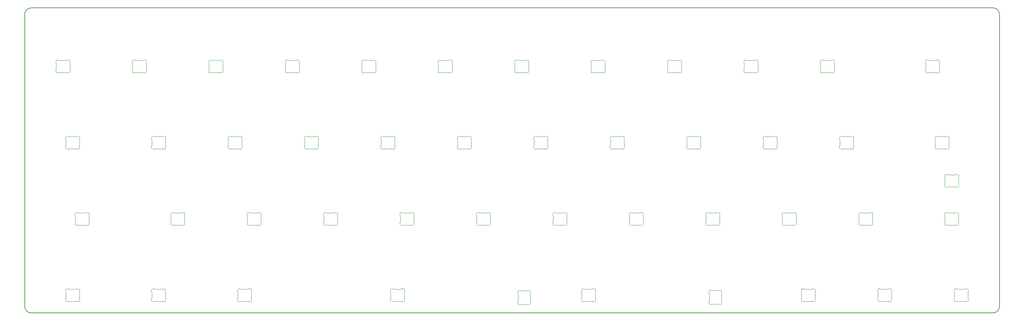
<source format=gbr>
%TF.GenerationSoftware,KiCad,Pcbnew,(7.0.0)*%
%TF.CreationDate,2023-09-24T22:25:07+02:00*%
%TF.ProjectId,vootington,766f6f74-696e-4677-946f-6e2e6b696361,rev?*%
%TF.SameCoordinates,Original*%
%TF.FileFunction,Profile,NP*%
%FSLAX46Y46*%
G04 Gerber Fmt 4.6, Leading zero omitted, Abs format (unit mm)*
G04 Created by KiCad (PCBNEW (7.0.0)) date 2023-09-24 22:25:07*
%MOMM*%
%LPD*%
G01*
G04 APERTURE LIST*
%TA.AperFunction,Profile*%
%ADD10C,0.200000*%
%TD*%
%TA.AperFunction,Profile*%
%ADD11C,0.100000*%
%TD*%
G04 APERTURE END LIST*
D10*
X268287500Y-107950000D02*
G75*
G03*
X269875000Y-106362500I0J1587500D01*
G01*
X269875000Y-33337500D02*
G75*
G03*
X268287500Y-31750000I-1587500J0D01*
G01*
X269875000Y-33337500D02*
X269875000Y-106362500D01*
X268287500Y-107950000D02*
X28575000Y-107950000D01*
X28575000Y-31750000D02*
G75*
G03*
X26987500Y-33337500I0J-1587500D01*
G01*
X28575000Y-31750000D02*
X268287500Y-31750000D01*
X26987500Y-106362500D02*
X26987500Y-33337500D01*
X26987500Y-106362500D02*
G75*
G03*
X28575000Y-107950000I1587500J0D01*
G01*
D11*
%TO.C,D38*%
X152962750Y-103325548D02*
X152962750Y-104914453D01*
X152165593Y-105819999D02*
X150759909Y-105819999D01*
X150759909Y-102420001D02*
X152165593Y-102420001D01*
X149962751Y-104914452D02*
X149962751Y-103325548D01*
X152962750Y-104914453D02*
G75*
G03*
X153031049Y-105166711I500009J3D01*
G01*
X152382472Y-105869483D02*
G75*
G03*
X153031048Y-105166711I216878J450513D01*
G01*
X153031050Y-103073289D02*
G75*
G03*
X152962751Y-103325547I431710J-252261D01*
G01*
X153031051Y-103073289D02*
G75*
G03*
X152382471Y-102370516I-431711J252249D01*
G01*
X152165593Y-102419999D02*
G75*
G03*
X152382471Y-102370515I-43J500199D01*
G01*
X152382478Y-105869470D02*
G75*
G03*
X152165594Y-105819999I-216828J-450430D01*
G01*
X150543039Y-102370500D02*
G75*
G03*
X150759908Y-102420001I216911J450500D01*
G01*
X149894486Y-105166731D02*
G75*
G03*
X150543032Y-105869483I431664J-252269D01*
G01*
X150759909Y-105820009D02*
G75*
G03*
X150543031Y-105869484I-159J-499391D01*
G01*
X149894452Y-105166711D02*
G75*
G03*
X149962751Y-104914452I-431712J252261D01*
G01*
X150543029Y-102370520D02*
G75*
G03*
X149894454Y-103073289I-216879J-450510D01*
G01*
X149962725Y-103325548D02*
G75*
G03*
X149894452Y-103073290I-498875J348D01*
G01*
%TO.C,D42*%
X37193751Y-104231843D02*
X37193751Y-102826159D01*
X38099298Y-102029001D02*
X39688202Y-102029001D01*
X39688202Y-105029000D02*
X38099297Y-105029000D01*
X40593749Y-102826159D02*
X40593749Y-104231843D01*
X37193750Y-102826159D02*
G75*
G03*
X37144265Y-102609281I-499989J2D01*
G01*
X37847039Y-101960702D02*
G75*
G03*
X37144267Y-102609282I-252259J-431700D01*
G01*
X37144266Y-104448721D02*
G75*
G03*
X37193751Y-104231844I-450505J216876D01*
G01*
X37144266Y-104448721D02*
G75*
G03*
X37847039Y-105097299I450514J-216878D01*
G01*
X38099297Y-105029000D02*
G75*
G03*
X37847039Y-105097299I3J-500009D01*
G01*
X37847039Y-101960702D02*
G75*
G03*
X38099298Y-102029001I252261J431710D01*
G01*
X39940461Y-105097300D02*
G75*
G03*
X39688203Y-105029001I-252261J-431710D01*
G01*
X39688202Y-102029000D02*
G75*
G03*
X39940460Y-101960702I-2J500010D01*
G01*
X40643230Y-102609279D02*
G75*
G03*
X39940461Y-101960704I-450510J216879D01*
G01*
X40643234Y-102609281D02*
G75*
G03*
X40593749Y-102826158I450866J-216959D01*
G01*
X39940461Y-105097300D02*
G75*
G03*
X40643234Y-104448721I252259J431700D01*
G01*
X40593737Y-104231843D02*
G75*
G03*
X40643234Y-104448721I500513J143D01*
G01*
%TO.C,D6*%
X114412499Y-45676157D02*
X114412499Y-47081841D01*
X113506952Y-47878999D02*
X111918048Y-47878999D01*
X111918048Y-44879000D02*
X113506953Y-44879000D01*
X111012501Y-47081841D02*
X111012501Y-45676157D01*
X114412500Y-47081841D02*
G75*
G03*
X114461985Y-47298719I499989J-2D01*
G01*
X113759211Y-47947298D02*
G75*
G03*
X114461983Y-47298718I252259J431700D01*
G01*
X114461984Y-45459279D02*
G75*
G03*
X114412499Y-45676156I450505J-216876D01*
G01*
X114461984Y-45459279D02*
G75*
G03*
X113759211Y-44810701I-450514J216878D01*
G01*
X113506953Y-44879000D02*
G75*
G03*
X113759211Y-44810701I-3J500009D01*
G01*
X113759211Y-47947298D02*
G75*
G03*
X113506952Y-47878999I-252261J-431710D01*
G01*
X111665789Y-44810700D02*
G75*
G03*
X111918047Y-44878999I252261J431710D01*
G01*
X111918048Y-47879000D02*
G75*
G03*
X111665790Y-47947298I2J-500010D01*
G01*
X110963020Y-47298721D02*
G75*
G03*
X111665789Y-47947296I450510J-216879D01*
G01*
X110963016Y-47298719D02*
G75*
G03*
X111012501Y-47081842I-450866J216959D01*
G01*
X111665789Y-44810700D02*
G75*
G03*
X110963016Y-45459279I-252259J-431700D01*
G01*
X111012513Y-45676157D02*
G75*
G03*
X110963016Y-45459279I-500513J-143D01*
G01*
%TO.C,D32*%
X42974999Y-83776157D02*
X42974999Y-85181841D01*
X42069452Y-85978999D02*
X40480548Y-85978999D01*
X40480548Y-82979000D02*
X42069453Y-82979000D01*
X39575001Y-85181841D02*
X39575001Y-83776157D01*
X42975000Y-85181841D02*
G75*
G03*
X43024485Y-85398719I499989J-2D01*
G01*
X42321711Y-86047298D02*
G75*
G03*
X43024483Y-85398718I252259J431700D01*
G01*
X43024484Y-83559279D02*
G75*
G03*
X42974999Y-83776156I450505J-216876D01*
G01*
X43024484Y-83559279D02*
G75*
G03*
X42321711Y-82910701I-450514J216878D01*
G01*
X42069453Y-82979000D02*
G75*
G03*
X42321711Y-82910701I-3J500009D01*
G01*
X42321711Y-86047298D02*
G75*
G03*
X42069452Y-85978999I-252261J-431710D01*
G01*
X40228289Y-82910700D02*
G75*
G03*
X40480547Y-82978999I252261J431710D01*
G01*
X40480548Y-85979000D02*
G75*
G03*
X40228290Y-86047298I2J-500010D01*
G01*
X39525520Y-85398721D02*
G75*
G03*
X40228289Y-86047296I450510J-216879D01*
G01*
X39525516Y-85398719D02*
G75*
G03*
X39575001Y-85181842I-450866J216959D01*
G01*
X40228289Y-82910700D02*
G75*
G03*
X39525516Y-83559279I-252259J-431700D01*
G01*
X39575013Y-83776157D02*
G75*
G03*
X39525516Y-83559279I-500513J-143D01*
G01*
%TO.C,D29*%
X219187499Y-83776157D02*
X219187499Y-85181841D01*
X218281952Y-85978999D02*
X216693048Y-85978999D01*
X216693048Y-82979000D02*
X218281953Y-82979000D01*
X215787501Y-85181841D02*
X215787501Y-83776157D01*
X219187500Y-85181841D02*
G75*
G03*
X219236985Y-85398719I499989J-2D01*
G01*
X218534211Y-86047298D02*
G75*
G03*
X219236983Y-85398718I252259J431700D01*
G01*
X219236984Y-83559279D02*
G75*
G03*
X219187499Y-83776156I450505J-216876D01*
G01*
X219236984Y-83559279D02*
G75*
G03*
X218534211Y-82910701I-450514J216878D01*
G01*
X218281953Y-82979000D02*
G75*
G03*
X218534211Y-82910701I-3J500009D01*
G01*
X218534211Y-86047298D02*
G75*
G03*
X218281952Y-85978999I-252261J-431710D01*
G01*
X216440789Y-82910700D02*
G75*
G03*
X216693047Y-82978999I252261J431710D01*
G01*
X216693048Y-85979000D02*
G75*
G03*
X216440790Y-86047298I2J-500010D01*
G01*
X215738020Y-85398721D02*
G75*
G03*
X216440789Y-86047296I450510J-216879D01*
G01*
X215738016Y-85398719D02*
G75*
G03*
X215787501Y-85181842I-450866J216959D01*
G01*
X216440789Y-82910700D02*
G75*
G03*
X215738016Y-83559279I-252259J-431700D01*
G01*
X215787513Y-83776157D02*
G75*
G03*
X215738016Y-83559279I-500513J-143D01*
G01*
%TO.C,D45*%
X258650001Y-104231843D02*
X258650001Y-102826159D01*
X259555548Y-102029001D02*
X261144452Y-102029001D01*
X261144452Y-105029000D02*
X259555547Y-105029000D01*
X262049999Y-102826159D02*
X262049999Y-104231843D01*
X258650000Y-102826159D02*
G75*
G03*
X258600515Y-102609281I-499989J2D01*
G01*
X259303289Y-101960702D02*
G75*
G03*
X258600517Y-102609282I-252259J-431700D01*
G01*
X258600516Y-104448721D02*
G75*
G03*
X258650001Y-104231844I-450505J216876D01*
G01*
X258600516Y-104448721D02*
G75*
G03*
X259303289Y-105097299I450514J-216878D01*
G01*
X259555547Y-105029000D02*
G75*
G03*
X259303289Y-105097299I3J-500009D01*
G01*
X259303289Y-101960702D02*
G75*
G03*
X259555548Y-102029001I252261J431710D01*
G01*
X261396711Y-105097300D02*
G75*
G03*
X261144453Y-105029001I-252261J-431710D01*
G01*
X261144452Y-102029000D02*
G75*
G03*
X261396710Y-101960702I-2J500010D01*
G01*
X262099480Y-102609279D02*
G75*
G03*
X261396711Y-101960704I-450510J216879D01*
G01*
X262099484Y-102609281D02*
G75*
G03*
X262049999Y-102826158I450866J-216959D01*
G01*
X261396711Y-105097300D02*
G75*
G03*
X262099484Y-104448721I252259J431700D01*
G01*
X262049987Y-104231843D02*
G75*
G03*
X262099484Y-104448721I500513J143D01*
G01*
%TO.C,D10*%
X190612499Y-45676157D02*
X190612499Y-47081841D01*
X189706952Y-47878999D02*
X188118048Y-47878999D01*
X188118048Y-44879000D02*
X189706953Y-44879000D01*
X187212501Y-47081841D02*
X187212501Y-45676157D01*
X190612500Y-47081841D02*
G75*
G03*
X190661985Y-47298719I499989J-2D01*
G01*
X189959211Y-47947298D02*
G75*
G03*
X190661983Y-47298718I252259J431700D01*
G01*
X190661984Y-45459279D02*
G75*
G03*
X190612499Y-45676156I450505J-216876D01*
G01*
X190661984Y-45459279D02*
G75*
G03*
X189959211Y-44810701I-450514J216878D01*
G01*
X189706953Y-44879000D02*
G75*
G03*
X189959211Y-44810701I-3J500009D01*
G01*
X189959211Y-47947298D02*
G75*
G03*
X189706952Y-47878999I-252261J-431710D01*
G01*
X187865789Y-44810700D02*
G75*
G03*
X188118047Y-44878999I252261J431710D01*
G01*
X188118048Y-47879000D02*
G75*
G03*
X187865790Y-47947298I2J-500010D01*
G01*
X187163020Y-47298721D02*
G75*
G03*
X187865789Y-47947296I450510J-216879D01*
G01*
X187163016Y-47298719D02*
G75*
G03*
X187212501Y-47081842I-450866J216959D01*
G01*
X187865789Y-44810700D02*
G75*
G03*
X187163016Y-45459279I-252259J-431700D01*
G01*
X187212513Y-45676157D02*
G75*
G03*
X187163016Y-45459279I-500513J-143D01*
G01*
%TO.C,D40*%
X80056251Y-104231843D02*
X80056251Y-102826159D01*
X80961798Y-102029001D02*
X82550702Y-102029001D01*
X82550702Y-105029000D02*
X80961797Y-105029000D01*
X83456249Y-102826159D02*
X83456249Y-104231843D01*
X80056250Y-102826159D02*
G75*
G03*
X80006765Y-102609281I-499989J2D01*
G01*
X80709539Y-101960702D02*
G75*
G03*
X80006767Y-102609282I-252259J-431700D01*
G01*
X80006766Y-104448721D02*
G75*
G03*
X80056251Y-104231844I-450505J216876D01*
G01*
X80006766Y-104448721D02*
G75*
G03*
X80709539Y-105097299I450514J-216878D01*
G01*
X80961797Y-105029000D02*
G75*
G03*
X80709539Y-105097299I3J-500009D01*
G01*
X80709539Y-101960702D02*
G75*
G03*
X80961798Y-102029001I252261J431710D01*
G01*
X82802961Y-105097300D02*
G75*
G03*
X82550703Y-105029001I-252261J-431710D01*
G01*
X82550702Y-102029000D02*
G75*
G03*
X82802960Y-101960702I-2J500010D01*
G01*
X83505730Y-102609279D02*
G75*
G03*
X82802961Y-101960704I-450510J216879D01*
G01*
X83505734Y-102609281D02*
G75*
G03*
X83456249Y-102826158I450866J-216959D01*
G01*
X82802961Y-105097300D02*
G75*
G03*
X83505734Y-104448721I252259J431700D01*
G01*
X83456237Y-104231843D02*
G75*
G03*
X83505734Y-104448721I500513J143D01*
G01*
%TO.C,D18*%
X58625001Y-66131843D02*
X58625001Y-64726159D01*
X59530548Y-63929001D02*
X61119452Y-63929001D01*
X61119452Y-66929000D02*
X59530547Y-66929000D01*
X62024999Y-64726159D02*
X62024999Y-66131843D01*
X58625000Y-64726159D02*
G75*
G03*
X58575515Y-64509281I-499989J2D01*
G01*
X59278289Y-63860702D02*
G75*
G03*
X58575517Y-64509282I-252259J-431700D01*
G01*
X58575516Y-66348721D02*
G75*
G03*
X58625001Y-66131844I-450505J216876D01*
G01*
X58575516Y-66348721D02*
G75*
G03*
X59278289Y-66997299I450514J-216878D01*
G01*
X59530547Y-66929000D02*
G75*
G03*
X59278289Y-66997299I3J-500009D01*
G01*
X59278289Y-63860702D02*
G75*
G03*
X59530548Y-63929001I252261J431710D01*
G01*
X61371711Y-66997300D02*
G75*
G03*
X61119453Y-66929001I-252261J-431710D01*
G01*
X61119452Y-63929000D02*
G75*
G03*
X61371710Y-63860702I-2J500010D01*
G01*
X62074480Y-64509279D02*
G75*
G03*
X61371711Y-63860704I-450510J216879D01*
G01*
X62074484Y-64509281D02*
G75*
G03*
X62024999Y-64726158I450866J-216959D01*
G01*
X61371711Y-66997300D02*
G75*
G03*
X62074484Y-66348721I252259J431700D01*
G01*
X62024987Y-66131843D02*
G75*
G03*
X62074484Y-66348721I500513J143D01*
G01*
%TO.C,D16*%
X96725001Y-66131843D02*
X96725001Y-64726159D01*
X97630548Y-63929001D02*
X99219452Y-63929001D01*
X99219452Y-66929000D02*
X97630547Y-66929000D01*
X100124999Y-64726159D02*
X100124999Y-66131843D01*
X96725000Y-64726159D02*
G75*
G03*
X96675515Y-64509281I-499989J2D01*
G01*
X97378289Y-63860702D02*
G75*
G03*
X96675517Y-64509282I-252259J-431700D01*
G01*
X96675516Y-66348721D02*
G75*
G03*
X96725001Y-66131844I-450505J216876D01*
G01*
X96675516Y-66348721D02*
G75*
G03*
X97378289Y-66997299I450514J-216878D01*
G01*
X97630547Y-66929000D02*
G75*
G03*
X97378289Y-66997299I3J-500009D01*
G01*
X97378289Y-63860702D02*
G75*
G03*
X97630548Y-63929001I252261J431710D01*
G01*
X99471711Y-66997300D02*
G75*
G03*
X99219453Y-66929001I-252261J-431710D01*
G01*
X99219452Y-63929000D02*
G75*
G03*
X99471710Y-63860702I-2J500010D01*
G01*
X100174480Y-64509279D02*
G75*
G03*
X99471711Y-63860704I-450510J216879D01*
G01*
X100174484Y-64509281D02*
G75*
G03*
X100124999Y-64726158I450866J-216959D01*
G01*
X99471711Y-66997300D02*
G75*
G03*
X100174484Y-66348721I252259J431700D01*
G01*
X100124987Y-66131843D02*
G75*
G03*
X100174484Y-66348721I500513J143D01*
G01*
%TO.C,D4*%
X76312499Y-45676157D02*
X76312499Y-47081841D01*
X75406952Y-47878999D02*
X73818048Y-47878999D01*
X73818048Y-44879000D02*
X75406953Y-44879000D01*
X72912501Y-47081841D02*
X72912501Y-45676157D01*
X76312500Y-47081841D02*
G75*
G03*
X76361985Y-47298719I499989J-2D01*
G01*
X75659211Y-47947298D02*
G75*
G03*
X76361983Y-47298718I252259J431700D01*
G01*
X76361984Y-45459279D02*
G75*
G03*
X76312499Y-45676156I450505J-216876D01*
G01*
X76361984Y-45459279D02*
G75*
G03*
X75659211Y-44810701I-450514J216878D01*
G01*
X75406953Y-44879000D02*
G75*
G03*
X75659211Y-44810701I-3J500009D01*
G01*
X75659211Y-47947298D02*
G75*
G03*
X75406952Y-47878999I-252261J-431710D01*
G01*
X73565789Y-44810700D02*
G75*
G03*
X73818047Y-44878999I252261J431710D01*
G01*
X73818048Y-47879000D02*
G75*
G03*
X73565790Y-47947298I2J-500010D01*
G01*
X72863020Y-47298721D02*
G75*
G03*
X73565789Y-47947296I450510J-216879D01*
G01*
X72863016Y-47298719D02*
G75*
G03*
X72912501Y-47081842I-450866J216959D01*
G01*
X73565789Y-44810700D02*
G75*
G03*
X72863016Y-45459279I-252259J-431700D01*
G01*
X72912513Y-45676157D02*
G75*
G03*
X72863016Y-45459279I-500513J-143D01*
G01*
%TO.C,D15*%
X115775001Y-66131843D02*
X115775001Y-64726159D01*
X116680548Y-63929001D02*
X118269452Y-63929001D01*
X118269452Y-66929000D02*
X116680547Y-66929000D01*
X119174999Y-64726159D02*
X119174999Y-66131843D01*
X115775000Y-64726159D02*
G75*
G03*
X115725515Y-64509281I-499989J2D01*
G01*
X116428289Y-63860702D02*
G75*
G03*
X115725517Y-64509282I-252259J-431700D01*
G01*
X115725516Y-66348721D02*
G75*
G03*
X115775001Y-66131844I-450505J216876D01*
G01*
X115725516Y-66348721D02*
G75*
G03*
X116428289Y-66997299I450514J-216878D01*
G01*
X116680547Y-66929000D02*
G75*
G03*
X116428289Y-66997299I3J-500009D01*
G01*
X116428289Y-63860702D02*
G75*
G03*
X116680548Y-63929001I252261J431710D01*
G01*
X118521711Y-66997300D02*
G75*
G03*
X118269453Y-66929001I-252261J-431710D01*
G01*
X118269452Y-63929000D02*
G75*
G03*
X118521710Y-63860702I-2J500010D01*
G01*
X119224480Y-64509279D02*
G75*
G03*
X118521711Y-63860704I-450510J216879D01*
G01*
X119224484Y-64509281D02*
G75*
G03*
X119174999Y-64726158I450866J-216959D01*
G01*
X118521711Y-66997300D02*
G75*
G03*
X119224484Y-66348721I252259J431700D01*
G01*
X119174987Y-66131843D02*
G75*
G03*
X119224484Y-66348721I500513J143D01*
G01*
%TO.C,D22*%
X211025001Y-66131843D02*
X211025001Y-64726159D01*
X211930548Y-63929001D02*
X213519452Y-63929001D01*
X213519452Y-66929000D02*
X211930547Y-66929000D01*
X214424999Y-64726159D02*
X214424999Y-66131843D01*
X211025000Y-64726159D02*
G75*
G03*
X210975515Y-64509281I-499989J2D01*
G01*
X211678289Y-63860702D02*
G75*
G03*
X210975517Y-64509282I-252259J-431700D01*
G01*
X210975516Y-66348721D02*
G75*
G03*
X211025001Y-66131844I-450505J216876D01*
G01*
X210975516Y-66348721D02*
G75*
G03*
X211678289Y-66997299I450514J-216878D01*
G01*
X211930547Y-66929000D02*
G75*
G03*
X211678289Y-66997299I3J-500009D01*
G01*
X211678289Y-63860702D02*
G75*
G03*
X211930548Y-63929001I252261J431710D01*
G01*
X213771711Y-66997300D02*
G75*
G03*
X213519453Y-66929001I-252261J-431710D01*
G01*
X213519452Y-63929000D02*
G75*
G03*
X213771710Y-63860702I-2J500010D01*
G01*
X214474480Y-64509279D02*
G75*
G03*
X213771711Y-63860704I-450510J216879D01*
G01*
X214474484Y-64509281D02*
G75*
G03*
X214424999Y-64726158I450866J-216959D01*
G01*
X213771711Y-66997300D02*
G75*
G03*
X214474484Y-66348721I252259J431700D01*
G01*
X214424987Y-66131843D02*
G75*
G03*
X214474484Y-66348721I500513J143D01*
G01*
%TO.C,D31*%
X259668749Y-74251157D02*
X259668749Y-75656841D01*
X258763202Y-76453999D02*
X257174298Y-76453999D01*
X257174298Y-73454000D02*
X258763203Y-73454000D01*
X256268751Y-75656841D02*
X256268751Y-74251157D01*
X259668750Y-75656841D02*
G75*
G03*
X259718235Y-75873719I499989J-2D01*
G01*
X259015461Y-76522298D02*
G75*
G03*
X259718233Y-75873718I252259J431700D01*
G01*
X259718234Y-74034279D02*
G75*
G03*
X259668749Y-74251156I450505J-216876D01*
G01*
X259718234Y-74034279D02*
G75*
G03*
X259015461Y-73385701I-450514J216878D01*
G01*
X258763203Y-73454000D02*
G75*
G03*
X259015461Y-73385701I-3J500009D01*
G01*
X259015461Y-76522298D02*
G75*
G03*
X258763202Y-76453999I-252261J-431710D01*
G01*
X256922039Y-73385700D02*
G75*
G03*
X257174297Y-73453999I252261J431710D01*
G01*
X257174298Y-76454000D02*
G75*
G03*
X256922040Y-76522298I2J-500010D01*
G01*
X256219270Y-75873721D02*
G75*
G03*
X256922039Y-76522296I450510J-216879D01*
G01*
X256219266Y-75873719D02*
G75*
G03*
X256268751Y-75656842I-450866J216959D01*
G01*
X256922039Y-73385700D02*
G75*
G03*
X256219266Y-74034279I-252259J-431700D01*
G01*
X256268763Y-74251157D02*
G75*
G03*
X256219266Y-74034279I-500513J-143D01*
G01*
%TO.C,D2*%
X38212499Y-45676157D02*
X38212499Y-47081841D01*
X37306952Y-47878999D02*
X35718048Y-47878999D01*
X35718048Y-44879000D02*
X37306953Y-44879000D01*
X34812501Y-47081841D02*
X34812501Y-45676157D01*
X38212500Y-47081841D02*
G75*
G03*
X38261985Y-47298719I499989J-2D01*
G01*
X37559211Y-47947298D02*
G75*
G03*
X38261983Y-47298718I252259J431700D01*
G01*
X38261984Y-45459279D02*
G75*
G03*
X38212499Y-45676156I450505J-216876D01*
G01*
X38261984Y-45459279D02*
G75*
G03*
X37559211Y-44810701I-450514J216878D01*
G01*
X37306953Y-44879000D02*
G75*
G03*
X37559211Y-44810701I-3J500009D01*
G01*
X37559211Y-47947298D02*
G75*
G03*
X37306952Y-47878999I-252261J-431710D01*
G01*
X35465789Y-44810700D02*
G75*
G03*
X35718047Y-44878999I252261J431710D01*
G01*
X35718048Y-47879000D02*
G75*
G03*
X35465790Y-47947298I2J-500010D01*
G01*
X34763020Y-47298721D02*
G75*
G03*
X35465789Y-47947296I450510J-216879D01*
G01*
X34763016Y-47298719D02*
G75*
G03*
X34812501Y-47081842I-450866J216959D01*
G01*
X35465789Y-44810700D02*
G75*
G03*
X34763016Y-45459279I-252259J-431700D01*
G01*
X34812513Y-45676157D02*
G75*
G03*
X34763016Y-45459279I-500513J-143D01*
G01*
%TO.C,D19*%
X37193751Y-66131843D02*
X37193751Y-64726159D01*
X38099298Y-63929001D02*
X39688202Y-63929001D01*
X39688202Y-66929000D02*
X38099297Y-66929000D01*
X40593749Y-64726159D02*
X40593749Y-66131843D01*
X37193750Y-64726159D02*
G75*
G03*
X37144265Y-64509281I-499989J2D01*
G01*
X37847039Y-63860702D02*
G75*
G03*
X37144267Y-64509282I-252259J-431700D01*
G01*
X37144266Y-66348721D02*
G75*
G03*
X37193751Y-66131844I-450505J216876D01*
G01*
X37144266Y-66348721D02*
G75*
G03*
X37847039Y-66997299I450514J-216878D01*
G01*
X38099297Y-66929000D02*
G75*
G03*
X37847039Y-66997299I3J-500009D01*
G01*
X37847039Y-63860702D02*
G75*
G03*
X38099298Y-63929001I252261J431710D01*
G01*
X39940461Y-66997300D02*
G75*
G03*
X39688203Y-66929001I-252261J-431710D01*
G01*
X39688202Y-63929000D02*
G75*
G03*
X39940460Y-63860702I-2J500010D01*
G01*
X40643230Y-64509279D02*
G75*
G03*
X39940461Y-63860704I-450510J216879D01*
G01*
X40643234Y-64509281D02*
G75*
G03*
X40593749Y-64726158I450866J-216959D01*
G01*
X39940461Y-66997300D02*
G75*
G03*
X40643234Y-66348721I252259J431700D01*
G01*
X40593737Y-66131843D02*
G75*
G03*
X40643234Y-66348721I500513J143D01*
G01*
%TO.C,D28*%
X200137499Y-83776157D02*
X200137499Y-85181841D01*
X199231952Y-85978999D02*
X197643048Y-85978999D01*
X197643048Y-82979000D02*
X199231953Y-82979000D01*
X196737501Y-85181841D02*
X196737501Y-83776157D01*
X200137500Y-85181841D02*
G75*
G03*
X200186985Y-85398719I499989J-2D01*
G01*
X199484211Y-86047298D02*
G75*
G03*
X200186983Y-85398718I252259J431700D01*
G01*
X200186984Y-83559279D02*
G75*
G03*
X200137499Y-83776156I450505J-216876D01*
G01*
X200186984Y-83559279D02*
G75*
G03*
X199484211Y-82910701I-450514J216878D01*
G01*
X199231953Y-82979000D02*
G75*
G03*
X199484211Y-82910701I-3J500009D01*
G01*
X199484211Y-86047298D02*
G75*
G03*
X199231952Y-85978999I-252261J-431710D01*
G01*
X197390789Y-82910700D02*
G75*
G03*
X197643047Y-82978999I252261J431710D01*
G01*
X197643048Y-85979000D02*
G75*
G03*
X197390790Y-86047298I2J-500010D01*
G01*
X196688020Y-85398721D02*
G75*
G03*
X197390789Y-86047296I450510J-216879D01*
G01*
X196688016Y-85398719D02*
G75*
G03*
X196737501Y-85181842I-450866J216959D01*
G01*
X197390789Y-82910700D02*
G75*
G03*
X196688016Y-83559279I-252259J-431700D01*
G01*
X196737513Y-83776157D02*
G75*
G03*
X196688016Y-83559279I-500513J-143D01*
G01*
%TO.C,D12*%
X228712499Y-45676157D02*
X228712499Y-47081841D01*
X227806952Y-47878999D02*
X226218048Y-47878999D01*
X226218048Y-44879000D02*
X227806953Y-44879000D01*
X225312501Y-47081841D02*
X225312501Y-45676157D01*
X228712500Y-47081841D02*
G75*
G03*
X228761985Y-47298719I499989J-2D01*
G01*
X228059211Y-47947298D02*
G75*
G03*
X228761983Y-47298718I252259J431700D01*
G01*
X228761984Y-45459279D02*
G75*
G03*
X228712499Y-45676156I450505J-216876D01*
G01*
X228761984Y-45459279D02*
G75*
G03*
X228059211Y-44810701I-450514J216878D01*
G01*
X227806953Y-44879000D02*
G75*
G03*
X228059211Y-44810701I-3J500009D01*
G01*
X228059211Y-47947298D02*
G75*
G03*
X227806952Y-47878999I-252261J-431710D01*
G01*
X225965789Y-44810700D02*
G75*
G03*
X226218047Y-44878999I252261J431710D01*
G01*
X226218048Y-47879000D02*
G75*
G03*
X225965790Y-47947298I2J-500010D01*
G01*
X225263020Y-47298721D02*
G75*
G03*
X225965789Y-47947296I450510J-216879D01*
G01*
X225263016Y-47298719D02*
G75*
G03*
X225312501Y-47081842I-450866J216959D01*
G01*
X225965789Y-44810700D02*
G75*
G03*
X225263016Y-45459279I-252259J-431700D01*
G01*
X225312513Y-45676157D02*
G75*
G03*
X225263016Y-45459279I-500513J-143D01*
G01*
%TO.C,D48*%
X200575749Y-103268548D02*
X200575749Y-104857453D01*
X199778592Y-105762999D02*
X198372908Y-105762999D01*
X198372908Y-102363001D02*
X199778592Y-102363001D01*
X197575750Y-104857452D02*
X197575750Y-103268548D01*
X200575749Y-104857453D02*
G75*
G03*
X200644048Y-105109711I500009J3D01*
G01*
X199995471Y-105812481D02*
G75*
G03*
X200644047Y-105109711I216879J450511D01*
G01*
X200644049Y-103016289D02*
G75*
G03*
X200575750Y-103268547I431710J-252261D01*
G01*
X200644051Y-103016290D02*
G75*
G03*
X199995470Y-102313516I-431711J252250D01*
G01*
X199778592Y-102362999D02*
G75*
G03*
X199995470Y-102313516I-42J500199D01*
G01*
X199995475Y-105812473D02*
G75*
G03*
X199778593Y-105762999I-216925J-450827D01*
G01*
X198156038Y-102313500D02*
G75*
G03*
X198372907Y-102363001I216912J450500D01*
G01*
X197507486Y-105109732D02*
G75*
G03*
X198156031Y-105812484I431664J-252268D01*
G01*
X198372908Y-105762999D02*
G75*
G03*
X198156030Y-105812484I-158J-499301D01*
G01*
X197507451Y-105109711D02*
G75*
G03*
X197575750Y-104857452I-431711J252261D01*
G01*
X198156028Y-102313519D02*
G75*
G03*
X197507454Y-103016289I-216878J-450511D01*
G01*
X197575761Y-103268548D02*
G75*
G03*
X197507451Y-103016290I-499011J248D01*
G01*
%TO.C,D47*%
X220550001Y-104231843D02*
X220550001Y-102826159D01*
X221455548Y-102029001D02*
X223044452Y-102029001D01*
X223044452Y-105029000D02*
X221455547Y-105029000D01*
X223949999Y-102826159D02*
X223949999Y-104231843D01*
X220550000Y-102826159D02*
G75*
G03*
X220500515Y-102609281I-499989J2D01*
G01*
X221203289Y-101960702D02*
G75*
G03*
X220500517Y-102609282I-252259J-431700D01*
G01*
X220500516Y-104448721D02*
G75*
G03*
X220550001Y-104231844I-450505J216876D01*
G01*
X220500516Y-104448721D02*
G75*
G03*
X221203289Y-105097299I450514J-216878D01*
G01*
X221455547Y-105029000D02*
G75*
G03*
X221203289Y-105097299I3J-500009D01*
G01*
X221203289Y-101960702D02*
G75*
G03*
X221455548Y-102029001I252261J431710D01*
G01*
X223296711Y-105097300D02*
G75*
G03*
X223044453Y-105029001I-252261J-431710D01*
G01*
X223044452Y-102029000D02*
G75*
G03*
X223296710Y-101960702I-2J500010D01*
G01*
X223999480Y-102609279D02*
G75*
G03*
X223296711Y-101960704I-450510J216879D01*
G01*
X223999484Y-102609281D02*
G75*
G03*
X223949999Y-102826158I450866J-216959D01*
G01*
X223296711Y-105097300D02*
G75*
G03*
X223999484Y-104448721I252259J431700D01*
G01*
X223949987Y-104231843D02*
G75*
G03*
X223999484Y-104448721I500513J143D01*
G01*
%TO.C,D13*%
X254906249Y-45676157D02*
X254906249Y-47081841D01*
X254000702Y-47878999D02*
X252411798Y-47878999D01*
X252411798Y-44879000D02*
X254000703Y-44879000D01*
X251506251Y-47081841D02*
X251506251Y-45676157D01*
X254906250Y-47081841D02*
G75*
G03*
X254955735Y-47298719I499989J-2D01*
G01*
X254252961Y-47947298D02*
G75*
G03*
X254955733Y-47298718I252259J431700D01*
G01*
X254955734Y-45459279D02*
G75*
G03*
X254906249Y-45676156I450505J-216876D01*
G01*
X254955734Y-45459279D02*
G75*
G03*
X254252961Y-44810701I-450514J216878D01*
G01*
X254000703Y-44879000D02*
G75*
G03*
X254252961Y-44810701I-3J500009D01*
G01*
X254252961Y-47947298D02*
G75*
G03*
X254000702Y-47878999I-252261J-431710D01*
G01*
X252159539Y-44810700D02*
G75*
G03*
X252411797Y-44878999I252261J431710D01*
G01*
X252411798Y-47879000D02*
G75*
G03*
X252159540Y-47947298I2J-500010D01*
G01*
X251456770Y-47298721D02*
G75*
G03*
X252159539Y-47947296I450510J-216879D01*
G01*
X251456766Y-47298719D02*
G75*
G03*
X251506251Y-47081842I-450866J216959D01*
G01*
X252159539Y-44810700D02*
G75*
G03*
X251456766Y-45459279I-252259J-431700D01*
G01*
X251506263Y-45676157D02*
G75*
G03*
X251456766Y-45459279I-500513J-143D01*
G01*
%TO.C,D17*%
X77675001Y-66131843D02*
X77675001Y-64726159D01*
X78580548Y-63929001D02*
X80169452Y-63929001D01*
X80169452Y-66929000D02*
X78580547Y-66929000D01*
X81074999Y-64726159D02*
X81074999Y-66131843D01*
X77675000Y-64726159D02*
G75*
G03*
X77625515Y-64509281I-499989J2D01*
G01*
X78328289Y-63860702D02*
G75*
G03*
X77625517Y-64509282I-252259J-431700D01*
G01*
X77625516Y-66348721D02*
G75*
G03*
X77675001Y-66131844I-450505J216876D01*
G01*
X77625516Y-66348721D02*
G75*
G03*
X78328289Y-66997299I450514J-216878D01*
G01*
X78580547Y-66929000D02*
G75*
G03*
X78328289Y-66997299I3J-500009D01*
G01*
X78328289Y-63860702D02*
G75*
G03*
X78580548Y-63929001I252261J431710D01*
G01*
X80421711Y-66997300D02*
G75*
G03*
X80169453Y-66929001I-252261J-431710D01*
G01*
X80169452Y-63929000D02*
G75*
G03*
X80421710Y-63860702I-2J500010D01*
G01*
X81124480Y-64509279D02*
G75*
G03*
X80421711Y-63860704I-450510J216879D01*
G01*
X81124484Y-64509281D02*
G75*
G03*
X81074999Y-64726158I450866J-216959D01*
G01*
X80421711Y-66997300D02*
G75*
G03*
X81124484Y-66348721I252259J431700D01*
G01*
X81074987Y-66131843D02*
G75*
G03*
X81124484Y-66348721I500513J143D01*
G01*
%TO.C,D21*%
X230075001Y-66131843D02*
X230075001Y-64726159D01*
X230980548Y-63929001D02*
X232569452Y-63929001D01*
X232569452Y-66929000D02*
X230980547Y-66929000D01*
X233474999Y-64726159D02*
X233474999Y-66131843D01*
X230075000Y-64726159D02*
G75*
G03*
X230025515Y-64509281I-499989J2D01*
G01*
X230728289Y-63860702D02*
G75*
G03*
X230025517Y-64509282I-252259J-431700D01*
G01*
X230025516Y-66348721D02*
G75*
G03*
X230075001Y-66131844I-450505J216876D01*
G01*
X230025516Y-66348721D02*
G75*
G03*
X230728289Y-66997299I450514J-216878D01*
G01*
X230980547Y-66929000D02*
G75*
G03*
X230728289Y-66997299I3J-500009D01*
G01*
X230728289Y-63860702D02*
G75*
G03*
X230980548Y-63929001I252261J431710D01*
G01*
X232821711Y-66997300D02*
G75*
G03*
X232569453Y-66929001I-252261J-431710D01*
G01*
X232569452Y-63929000D02*
G75*
G03*
X232821710Y-63860702I-2J500010D01*
G01*
X233524480Y-64509279D02*
G75*
G03*
X232821711Y-63860704I-450510J216879D01*
G01*
X233524484Y-64509281D02*
G75*
G03*
X233474999Y-64726158I450866J-216959D01*
G01*
X232821711Y-66997300D02*
G75*
G03*
X233524484Y-66348721I252259J431700D01*
G01*
X233474987Y-66131843D02*
G75*
G03*
X233524484Y-66348721I500513J143D01*
G01*
%TO.C,D11*%
X209662499Y-45676157D02*
X209662499Y-47081841D01*
X208756952Y-47878999D02*
X207168048Y-47878999D01*
X207168048Y-44879000D02*
X208756953Y-44879000D01*
X206262501Y-47081841D02*
X206262501Y-45676157D01*
X209662500Y-47081841D02*
G75*
G03*
X209711985Y-47298719I499989J-2D01*
G01*
X209009211Y-47947298D02*
G75*
G03*
X209711983Y-47298718I252259J431700D01*
G01*
X209711984Y-45459279D02*
G75*
G03*
X209662499Y-45676156I450505J-216876D01*
G01*
X209711984Y-45459279D02*
G75*
G03*
X209009211Y-44810701I-450514J216878D01*
G01*
X208756953Y-44879000D02*
G75*
G03*
X209009211Y-44810701I-3J500009D01*
G01*
X209009211Y-47947298D02*
G75*
G03*
X208756952Y-47878999I-252261J-431710D01*
G01*
X206915789Y-44810700D02*
G75*
G03*
X207168047Y-44878999I252261J431710D01*
G01*
X207168048Y-47879000D02*
G75*
G03*
X206915790Y-47947298I2J-500010D01*
G01*
X206213020Y-47298721D02*
G75*
G03*
X206915789Y-47947296I450510J-216879D01*
G01*
X206213016Y-47298719D02*
G75*
G03*
X206262501Y-47081842I-450866J216959D01*
G01*
X206915789Y-44810700D02*
G75*
G03*
X206213016Y-45459279I-252259J-431700D01*
G01*
X206262513Y-45676157D02*
G75*
G03*
X206213016Y-45459279I-500513J-143D01*
G01*
%TO.C,D7*%
X133462499Y-45676157D02*
X133462499Y-47081841D01*
X132556952Y-47878999D02*
X130968048Y-47878999D01*
X130968048Y-44879000D02*
X132556953Y-44879000D01*
X130062501Y-47081841D02*
X130062501Y-45676157D01*
X133462500Y-47081841D02*
G75*
G03*
X133511985Y-47298719I499989J-2D01*
G01*
X132809211Y-47947298D02*
G75*
G03*
X133511983Y-47298718I252259J431700D01*
G01*
X133511984Y-45459279D02*
G75*
G03*
X133462499Y-45676156I450505J-216876D01*
G01*
X133511984Y-45459279D02*
G75*
G03*
X132809211Y-44810701I-450514J216878D01*
G01*
X132556953Y-44879000D02*
G75*
G03*
X132809211Y-44810701I-3J500009D01*
G01*
X132809211Y-47947298D02*
G75*
G03*
X132556952Y-47878999I-252261J-431710D01*
G01*
X130715789Y-44810700D02*
G75*
G03*
X130968047Y-44878999I252261J431710D01*
G01*
X130968048Y-47879000D02*
G75*
G03*
X130715790Y-47947298I2J-500010D01*
G01*
X130013020Y-47298721D02*
G75*
G03*
X130715789Y-47947296I450510J-216879D01*
G01*
X130013016Y-47298719D02*
G75*
G03*
X130062501Y-47081842I-450866J216959D01*
G01*
X130715789Y-44810700D02*
G75*
G03*
X130013016Y-45459279I-252259J-431700D01*
G01*
X130062513Y-45676157D02*
G75*
G03*
X130013016Y-45459279I-500513J-143D01*
G01*
%TO.C,D25*%
X153875001Y-66131843D02*
X153875001Y-64726159D01*
X154780548Y-63929001D02*
X156369452Y-63929001D01*
X156369452Y-66929000D02*
X154780547Y-66929000D01*
X157274999Y-64726159D02*
X157274999Y-66131843D01*
X153875000Y-64726159D02*
G75*
G03*
X153825515Y-64509281I-499989J2D01*
G01*
X154528289Y-63860702D02*
G75*
G03*
X153825517Y-64509282I-252259J-431700D01*
G01*
X153825516Y-66348721D02*
G75*
G03*
X153875001Y-66131844I-450505J216876D01*
G01*
X153825516Y-66348721D02*
G75*
G03*
X154528289Y-66997299I450514J-216878D01*
G01*
X154780547Y-66929000D02*
G75*
G03*
X154528289Y-66997299I3J-500009D01*
G01*
X154528289Y-63860702D02*
G75*
G03*
X154780548Y-63929001I252261J431710D01*
G01*
X156621711Y-66997300D02*
G75*
G03*
X156369453Y-66929001I-252261J-431710D01*
G01*
X156369452Y-63929000D02*
G75*
G03*
X156621710Y-63860702I-2J500010D01*
G01*
X157324480Y-64509279D02*
G75*
G03*
X156621711Y-63860704I-450510J216879D01*
G01*
X157324484Y-64509281D02*
G75*
G03*
X157274999Y-64726158I450866J-216959D01*
G01*
X156621711Y-66997300D02*
G75*
G03*
X157324484Y-66348721I252259J431700D01*
G01*
X157274987Y-66131843D02*
G75*
G03*
X157324484Y-66348721I500513J143D01*
G01*
%TO.C,D35*%
X104887499Y-83776157D02*
X104887499Y-85181841D01*
X103981952Y-85978999D02*
X102393048Y-85978999D01*
X102393048Y-82979000D02*
X103981953Y-82979000D01*
X101487501Y-85181841D02*
X101487501Y-83776157D01*
X104887500Y-85181841D02*
G75*
G03*
X104936985Y-85398719I499989J-2D01*
G01*
X104234211Y-86047298D02*
G75*
G03*
X104936983Y-85398718I252259J431700D01*
G01*
X104936984Y-83559279D02*
G75*
G03*
X104887499Y-83776156I450505J-216876D01*
G01*
X104936984Y-83559279D02*
G75*
G03*
X104234211Y-82910701I-450514J216878D01*
G01*
X103981953Y-82979000D02*
G75*
G03*
X104234211Y-82910701I-3J500009D01*
G01*
X104234211Y-86047298D02*
G75*
G03*
X103981952Y-85978999I-252261J-431710D01*
G01*
X102140789Y-82910700D02*
G75*
G03*
X102393047Y-82978999I252261J431710D01*
G01*
X102393048Y-85979000D02*
G75*
G03*
X102140790Y-86047298I2J-500010D01*
G01*
X101438020Y-85398721D02*
G75*
G03*
X102140789Y-86047296I450510J-216879D01*
G01*
X101438016Y-85398719D02*
G75*
G03*
X101487501Y-85181842I-450866J216959D01*
G01*
X102140789Y-82910700D02*
G75*
G03*
X101438016Y-83559279I-252259J-431700D01*
G01*
X101487513Y-83776157D02*
G75*
G03*
X101438016Y-83559279I-500513J-143D01*
G01*
%TO.C,D30*%
X238237499Y-83776157D02*
X238237499Y-85181841D01*
X237331952Y-85978999D02*
X235743048Y-85978999D01*
X235743048Y-82979000D02*
X237331953Y-82979000D01*
X234837501Y-85181841D02*
X234837501Y-83776157D01*
X238237500Y-85181841D02*
G75*
G03*
X238286985Y-85398719I499989J-2D01*
G01*
X237584211Y-86047298D02*
G75*
G03*
X238286983Y-85398718I252259J431700D01*
G01*
X238286984Y-83559279D02*
G75*
G03*
X238237499Y-83776156I450505J-216876D01*
G01*
X238286984Y-83559279D02*
G75*
G03*
X237584211Y-82910701I-450514J216878D01*
G01*
X237331953Y-82979000D02*
G75*
G03*
X237584211Y-82910701I-3J500009D01*
G01*
X237584211Y-86047298D02*
G75*
G03*
X237331952Y-85978999I-252261J-431710D01*
G01*
X235490789Y-82910700D02*
G75*
G03*
X235743047Y-82978999I252261J431710D01*
G01*
X235743048Y-85979000D02*
G75*
G03*
X235490790Y-86047298I2J-500010D01*
G01*
X234788020Y-85398721D02*
G75*
G03*
X235490789Y-86047296I450510J-216879D01*
G01*
X234788016Y-85398719D02*
G75*
G03*
X234837501Y-85181842I-450866J216959D01*
G01*
X235490789Y-82910700D02*
G75*
G03*
X234788016Y-83559279I-252259J-431700D01*
G01*
X234837513Y-83776157D02*
G75*
G03*
X234788016Y-83559279I-500513J-143D01*
G01*
%TO.C,D5*%
X95362499Y-45676157D02*
X95362499Y-47081841D01*
X94456952Y-47878999D02*
X92868048Y-47878999D01*
X92868048Y-44879000D02*
X94456953Y-44879000D01*
X91962501Y-47081841D02*
X91962501Y-45676157D01*
X95362500Y-47081841D02*
G75*
G03*
X95411985Y-47298719I499989J-2D01*
G01*
X94709211Y-47947298D02*
G75*
G03*
X95411983Y-47298718I252259J431700D01*
G01*
X95411984Y-45459279D02*
G75*
G03*
X95362499Y-45676156I450505J-216876D01*
G01*
X95411984Y-45459279D02*
G75*
G03*
X94709211Y-44810701I-450514J216878D01*
G01*
X94456953Y-44879000D02*
G75*
G03*
X94709211Y-44810701I-3J500009D01*
G01*
X94709211Y-47947298D02*
G75*
G03*
X94456952Y-47878999I-252261J-431710D01*
G01*
X92615789Y-44810700D02*
G75*
G03*
X92868047Y-44878999I252261J431710D01*
G01*
X92868048Y-47879000D02*
G75*
G03*
X92615790Y-47947298I2J-500010D01*
G01*
X91913020Y-47298721D02*
G75*
G03*
X92615789Y-47947296I450510J-216879D01*
G01*
X91913016Y-47298719D02*
G75*
G03*
X91962501Y-47081842I-450866J216959D01*
G01*
X92615789Y-44810700D02*
G75*
G03*
X91913016Y-45459279I-252259J-431700D01*
G01*
X91962513Y-45676157D02*
G75*
G03*
X91913016Y-45459279I-500513J-143D01*
G01*
%TO.C,D46*%
X239600001Y-104231843D02*
X239600001Y-102826159D01*
X240505548Y-102029001D02*
X242094452Y-102029001D01*
X242094452Y-105029000D02*
X240505547Y-105029000D01*
X242999999Y-102826159D02*
X242999999Y-104231843D01*
X239600000Y-102826159D02*
G75*
G03*
X239550515Y-102609281I-499989J2D01*
G01*
X240253289Y-101960702D02*
G75*
G03*
X239550517Y-102609282I-252259J-431700D01*
G01*
X239550516Y-104448721D02*
G75*
G03*
X239600001Y-104231844I-450505J216876D01*
G01*
X239550516Y-104448721D02*
G75*
G03*
X240253289Y-105097299I450514J-216878D01*
G01*
X240505547Y-105029000D02*
G75*
G03*
X240253289Y-105097299I3J-500009D01*
G01*
X240253289Y-101960702D02*
G75*
G03*
X240505548Y-102029001I252261J431710D01*
G01*
X242346711Y-105097300D02*
G75*
G03*
X242094453Y-105029001I-252261J-431710D01*
G01*
X242094452Y-102029000D02*
G75*
G03*
X242346710Y-101960702I-2J500010D01*
G01*
X243049480Y-102609279D02*
G75*
G03*
X242346711Y-101960704I-450510J216879D01*
G01*
X243049484Y-102609281D02*
G75*
G03*
X242999999Y-102826158I450866J-216959D01*
G01*
X242346711Y-105097300D02*
G75*
G03*
X243049484Y-104448721I252259J431700D01*
G01*
X242999987Y-104231843D02*
G75*
G03*
X243049484Y-104448721I500513J143D01*
G01*
%TO.C,D34*%
X85837499Y-83776157D02*
X85837499Y-85181841D01*
X84931952Y-85978999D02*
X83343048Y-85978999D01*
X83343048Y-82979000D02*
X84931953Y-82979000D01*
X82437501Y-85181841D02*
X82437501Y-83776157D01*
X85837500Y-85181841D02*
G75*
G03*
X85886985Y-85398719I499989J-2D01*
G01*
X85184211Y-86047298D02*
G75*
G03*
X85886983Y-85398718I252259J431700D01*
G01*
X85886984Y-83559279D02*
G75*
G03*
X85837499Y-83776156I450505J-216876D01*
G01*
X85886984Y-83559279D02*
G75*
G03*
X85184211Y-82910701I-450514J216878D01*
G01*
X84931953Y-82979000D02*
G75*
G03*
X85184211Y-82910701I-3J500009D01*
G01*
X85184211Y-86047298D02*
G75*
G03*
X84931952Y-85978999I-252261J-431710D01*
G01*
X83090789Y-82910700D02*
G75*
G03*
X83343047Y-82978999I252261J431710D01*
G01*
X83343048Y-85979000D02*
G75*
G03*
X83090790Y-86047298I2J-500010D01*
G01*
X82388020Y-85398721D02*
G75*
G03*
X83090789Y-86047296I450510J-216879D01*
G01*
X82388016Y-85398719D02*
G75*
G03*
X82437501Y-85181842I-450866J216959D01*
G01*
X83090789Y-82910700D02*
G75*
G03*
X82388016Y-83559279I-252259J-431700D01*
G01*
X82437513Y-83776157D02*
G75*
G03*
X82388016Y-83559279I-500513J-143D01*
G01*
%TO.C,D44*%
X256268751Y-85181843D02*
X256268751Y-83776159D01*
X257174298Y-82979001D02*
X258763202Y-82979001D01*
X258763202Y-85979000D02*
X257174297Y-85979000D01*
X259668749Y-83776159D02*
X259668749Y-85181843D01*
X256268750Y-83776159D02*
G75*
G03*
X256219265Y-83559281I-499989J2D01*
G01*
X256922039Y-82910702D02*
G75*
G03*
X256219267Y-83559282I-252259J-431700D01*
G01*
X256219266Y-85398721D02*
G75*
G03*
X256268751Y-85181844I-450505J216876D01*
G01*
X256219266Y-85398721D02*
G75*
G03*
X256922039Y-86047299I450514J-216878D01*
G01*
X257174297Y-85979000D02*
G75*
G03*
X256922039Y-86047299I3J-500009D01*
G01*
X256922039Y-82910702D02*
G75*
G03*
X257174298Y-82979001I252261J431710D01*
G01*
X259015461Y-86047300D02*
G75*
G03*
X258763203Y-85979001I-252261J-431710D01*
G01*
X258763202Y-82979000D02*
G75*
G03*
X259015460Y-82910702I-2J500010D01*
G01*
X259718230Y-83559279D02*
G75*
G03*
X259015461Y-82910704I-450510J216879D01*
G01*
X259718234Y-83559281D02*
G75*
G03*
X259668749Y-83776158I450866J-216959D01*
G01*
X259015461Y-86047300D02*
G75*
G03*
X259718234Y-85398721I252259J431700D01*
G01*
X259668737Y-85181843D02*
G75*
G03*
X259718234Y-85398721I500513J143D01*
G01*
%TO.C,D26*%
X162037499Y-83776157D02*
X162037499Y-85181841D01*
X161131952Y-85978999D02*
X159543048Y-85978999D01*
X159543048Y-82979000D02*
X161131953Y-82979000D01*
X158637501Y-85181841D02*
X158637501Y-83776157D01*
X162037500Y-85181841D02*
G75*
G03*
X162086985Y-85398719I499989J-2D01*
G01*
X161384211Y-86047298D02*
G75*
G03*
X162086983Y-85398718I252259J431700D01*
G01*
X162086984Y-83559279D02*
G75*
G03*
X162037499Y-83776156I450505J-216876D01*
G01*
X162086984Y-83559279D02*
G75*
G03*
X161384211Y-82910701I-450514J216878D01*
G01*
X161131953Y-82979000D02*
G75*
G03*
X161384211Y-82910701I-3J500009D01*
G01*
X161384211Y-86047298D02*
G75*
G03*
X161131952Y-85978999I-252261J-431710D01*
G01*
X159290789Y-82910700D02*
G75*
G03*
X159543047Y-82978999I252261J431710D01*
G01*
X159543048Y-85979000D02*
G75*
G03*
X159290790Y-86047298I2J-500010D01*
G01*
X158588020Y-85398721D02*
G75*
G03*
X159290789Y-86047296I450510J-216879D01*
G01*
X158588016Y-85398719D02*
G75*
G03*
X158637501Y-85181842I-450866J216959D01*
G01*
X159290789Y-82910700D02*
G75*
G03*
X158588016Y-83559279I-252259J-431700D01*
G01*
X158637513Y-83776157D02*
G75*
G03*
X158588016Y-83559279I-500513J-143D01*
G01*
%TO.C,D37*%
X142987499Y-83776157D02*
X142987499Y-85181841D01*
X142081952Y-85978999D02*
X140493048Y-85978999D01*
X140493048Y-82979000D02*
X142081953Y-82979000D01*
X139587501Y-85181841D02*
X139587501Y-83776157D01*
X142987500Y-85181841D02*
G75*
G03*
X143036985Y-85398719I499989J-2D01*
G01*
X142334211Y-86047298D02*
G75*
G03*
X143036983Y-85398718I252259J431700D01*
G01*
X143036984Y-83559279D02*
G75*
G03*
X142987499Y-83776156I450505J-216876D01*
G01*
X143036984Y-83559279D02*
G75*
G03*
X142334211Y-82910701I-450514J216878D01*
G01*
X142081953Y-82979000D02*
G75*
G03*
X142334211Y-82910701I-3J500009D01*
G01*
X142334211Y-86047298D02*
G75*
G03*
X142081952Y-85978999I-252261J-431710D01*
G01*
X140240789Y-82910700D02*
G75*
G03*
X140493047Y-82978999I252261J431710D01*
G01*
X140493048Y-85979000D02*
G75*
G03*
X140240790Y-86047298I2J-500010D01*
G01*
X139538020Y-85398721D02*
G75*
G03*
X140240789Y-86047296I450510J-216879D01*
G01*
X139538016Y-85398719D02*
G75*
G03*
X139587501Y-85181842I-450866J216959D01*
G01*
X140240789Y-82910700D02*
G75*
G03*
X139538016Y-83559279I-252259J-431700D01*
G01*
X139587513Y-83776157D02*
G75*
G03*
X139538016Y-83559279I-500513J-143D01*
G01*
%TO.C,D9*%
X171562499Y-45676157D02*
X171562499Y-47081841D01*
X170656952Y-47878999D02*
X169068048Y-47878999D01*
X169068048Y-44879000D02*
X170656953Y-44879000D01*
X168162501Y-47081841D02*
X168162501Y-45676157D01*
X171562500Y-47081841D02*
G75*
G03*
X171611985Y-47298719I499989J-2D01*
G01*
X170909211Y-47947298D02*
G75*
G03*
X171611983Y-47298718I252259J431700D01*
G01*
X171611984Y-45459279D02*
G75*
G03*
X171562499Y-45676156I450505J-216876D01*
G01*
X171611984Y-45459279D02*
G75*
G03*
X170909211Y-44810701I-450514J216878D01*
G01*
X170656953Y-44879000D02*
G75*
G03*
X170909211Y-44810701I-3J500009D01*
G01*
X170909211Y-47947298D02*
G75*
G03*
X170656952Y-47878999I-252261J-431710D01*
G01*
X168815789Y-44810700D02*
G75*
G03*
X169068047Y-44878999I252261J431710D01*
G01*
X169068048Y-47879000D02*
G75*
G03*
X168815790Y-47947298I2J-500010D01*
G01*
X168113020Y-47298721D02*
G75*
G03*
X168815789Y-47947296I450510J-216879D01*
G01*
X168113016Y-47298719D02*
G75*
G03*
X168162501Y-47081842I-450866J216959D01*
G01*
X168815789Y-44810700D02*
G75*
G03*
X168113016Y-45459279I-252259J-431700D01*
G01*
X168162513Y-45676157D02*
G75*
G03*
X168113016Y-45459279I-500513J-143D01*
G01*
%TO.C,D14*%
X134825001Y-66131843D02*
X134825001Y-64726159D01*
X135730548Y-63929001D02*
X137319452Y-63929001D01*
X137319452Y-66929000D02*
X135730547Y-66929000D01*
X138224999Y-64726159D02*
X138224999Y-66131843D01*
X134825000Y-64726159D02*
G75*
G03*
X134775515Y-64509281I-499989J2D01*
G01*
X135478289Y-63860702D02*
G75*
G03*
X134775517Y-64509282I-252259J-431700D01*
G01*
X134775516Y-66348721D02*
G75*
G03*
X134825001Y-66131844I-450505J216876D01*
G01*
X134775516Y-66348721D02*
G75*
G03*
X135478289Y-66997299I450514J-216878D01*
G01*
X135730547Y-66929000D02*
G75*
G03*
X135478289Y-66997299I3J-500009D01*
G01*
X135478289Y-63860702D02*
G75*
G03*
X135730548Y-63929001I252261J431710D01*
G01*
X137571711Y-66997300D02*
G75*
G03*
X137319453Y-66929001I-252261J-431710D01*
G01*
X137319452Y-63929000D02*
G75*
G03*
X137571710Y-63860702I-2J500010D01*
G01*
X138274480Y-64509279D02*
G75*
G03*
X137571711Y-63860704I-450510J216879D01*
G01*
X138274484Y-64509281D02*
G75*
G03*
X138224999Y-64726158I450866J-216959D01*
G01*
X137571711Y-66997300D02*
G75*
G03*
X138274484Y-66348721I252259J431700D01*
G01*
X138224987Y-66131843D02*
G75*
G03*
X138274484Y-66348721I500513J143D01*
G01*
%TO.C,D8*%
X152512499Y-45676157D02*
X152512499Y-47081841D01*
X151606952Y-47878999D02*
X150018048Y-47878999D01*
X150018048Y-44879000D02*
X151606953Y-44879000D01*
X149112501Y-47081841D02*
X149112501Y-45676157D01*
X152512500Y-47081841D02*
G75*
G03*
X152561985Y-47298719I499989J-2D01*
G01*
X151859211Y-47947298D02*
G75*
G03*
X152561983Y-47298718I252259J431700D01*
G01*
X152561984Y-45459279D02*
G75*
G03*
X152512499Y-45676156I450505J-216876D01*
G01*
X152561984Y-45459279D02*
G75*
G03*
X151859211Y-44810701I-450514J216878D01*
G01*
X151606953Y-44879000D02*
G75*
G03*
X151859211Y-44810701I-3J500009D01*
G01*
X151859211Y-47947298D02*
G75*
G03*
X151606952Y-47878999I-252261J-431710D01*
G01*
X149765789Y-44810700D02*
G75*
G03*
X150018047Y-44878999I252261J431710D01*
G01*
X150018048Y-47879000D02*
G75*
G03*
X149765790Y-47947298I2J-500010D01*
G01*
X149063020Y-47298721D02*
G75*
G03*
X149765789Y-47947296I450510J-216879D01*
G01*
X149063016Y-47298719D02*
G75*
G03*
X149112501Y-47081842I-450866J216959D01*
G01*
X149765789Y-44810700D02*
G75*
G03*
X149063016Y-45459279I-252259J-431700D01*
G01*
X149112513Y-45676157D02*
G75*
G03*
X149063016Y-45459279I-500513J-143D01*
G01*
%TO.C,D20*%
X253887501Y-66131843D02*
X253887501Y-64726159D01*
X254793048Y-63929001D02*
X256381952Y-63929001D01*
X256381952Y-66929000D02*
X254793047Y-66929000D01*
X257287499Y-64726159D02*
X257287499Y-66131843D01*
X253887500Y-64726159D02*
G75*
G03*
X253838015Y-64509281I-499989J2D01*
G01*
X254540789Y-63860702D02*
G75*
G03*
X253838017Y-64509282I-252259J-431700D01*
G01*
X253838016Y-66348721D02*
G75*
G03*
X253887501Y-66131844I-450505J216876D01*
G01*
X253838016Y-66348721D02*
G75*
G03*
X254540789Y-66997299I450514J-216878D01*
G01*
X254793047Y-66929000D02*
G75*
G03*
X254540789Y-66997299I3J-500009D01*
G01*
X254540789Y-63860702D02*
G75*
G03*
X254793048Y-63929001I252261J431710D01*
G01*
X256634211Y-66997300D02*
G75*
G03*
X256381953Y-66929001I-252261J-431710D01*
G01*
X256381952Y-63929000D02*
G75*
G03*
X256634210Y-63860702I-2J500010D01*
G01*
X257336980Y-64509279D02*
G75*
G03*
X256634211Y-63860704I-450510J216879D01*
G01*
X257336984Y-64509281D02*
G75*
G03*
X257287499Y-64726158I450866J-216959D01*
G01*
X256634211Y-66997300D02*
G75*
G03*
X257336984Y-66348721I252259J431700D01*
G01*
X257287487Y-66131843D02*
G75*
G03*
X257336984Y-66348721I500513J143D01*
G01*
%TO.C,D24*%
X172925001Y-66131843D02*
X172925001Y-64726159D01*
X173830548Y-63929001D02*
X175419452Y-63929001D01*
X175419452Y-66929000D02*
X173830547Y-66929000D01*
X176324999Y-64726159D02*
X176324999Y-66131843D01*
X172925000Y-64726159D02*
G75*
G03*
X172875515Y-64509281I-499989J2D01*
G01*
X173578289Y-63860702D02*
G75*
G03*
X172875517Y-64509282I-252259J-431700D01*
G01*
X172875516Y-66348721D02*
G75*
G03*
X172925001Y-66131844I-450505J216876D01*
G01*
X172875516Y-66348721D02*
G75*
G03*
X173578289Y-66997299I450514J-216878D01*
G01*
X173830547Y-66929000D02*
G75*
G03*
X173578289Y-66997299I3J-500009D01*
G01*
X173578289Y-63860702D02*
G75*
G03*
X173830548Y-63929001I252261J431710D01*
G01*
X175671711Y-66997300D02*
G75*
G03*
X175419453Y-66929001I-252261J-431710D01*
G01*
X175419452Y-63929000D02*
G75*
G03*
X175671710Y-63860702I-2J500010D01*
G01*
X176374480Y-64509279D02*
G75*
G03*
X175671711Y-63860704I-450510J216879D01*
G01*
X176374484Y-64509281D02*
G75*
G03*
X176324999Y-64726158I450866J-216959D01*
G01*
X175671711Y-66997300D02*
G75*
G03*
X176374484Y-66348721I252259J431700D01*
G01*
X176324987Y-66131843D02*
G75*
G03*
X176374484Y-66348721I500513J143D01*
G01*
%TO.C,D36*%
X123937499Y-83776157D02*
X123937499Y-85181841D01*
X123031952Y-85978999D02*
X121443048Y-85978999D01*
X121443048Y-82979000D02*
X123031953Y-82979000D01*
X120537501Y-85181841D02*
X120537501Y-83776157D01*
X123937500Y-85181841D02*
G75*
G03*
X123986985Y-85398719I499989J-2D01*
G01*
X123284211Y-86047298D02*
G75*
G03*
X123986983Y-85398718I252259J431700D01*
G01*
X123986984Y-83559279D02*
G75*
G03*
X123937499Y-83776156I450505J-216876D01*
G01*
X123986984Y-83559279D02*
G75*
G03*
X123284211Y-82910701I-450514J216878D01*
G01*
X123031953Y-82979000D02*
G75*
G03*
X123284211Y-82910701I-3J500009D01*
G01*
X123284211Y-86047298D02*
G75*
G03*
X123031952Y-85978999I-252261J-431710D01*
G01*
X121190789Y-82910700D02*
G75*
G03*
X121443047Y-82978999I252261J431710D01*
G01*
X121443048Y-85979000D02*
G75*
G03*
X121190790Y-86047298I2J-500010D01*
G01*
X120488020Y-85398721D02*
G75*
G03*
X121190789Y-86047296I450510J-216879D01*
G01*
X120488016Y-85398719D02*
G75*
G03*
X120537501Y-85181842I-450866J216959D01*
G01*
X121190789Y-82910700D02*
G75*
G03*
X120488016Y-83559279I-252259J-431700D01*
G01*
X120537513Y-83776157D02*
G75*
G03*
X120488016Y-83559279I-500513J-143D01*
G01*
%TO.C,D49*%
X165781251Y-104231843D02*
X165781251Y-102826159D01*
X166686798Y-102029001D02*
X168275702Y-102029001D01*
X168275702Y-105029000D02*
X166686797Y-105029000D01*
X169181249Y-102826159D02*
X169181249Y-104231843D01*
X165781250Y-102826159D02*
G75*
G03*
X165731765Y-102609281I-499989J2D01*
G01*
X166434539Y-101960702D02*
G75*
G03*
X165731767Y-102609282I-252259J-431700D01*
G01*
X165731766Y-104448721D02*
G75*
G03*
X165781251Y-104231844I-450505J216876D01*
G01*
X165731766Y-104448721D02*
G75*
G03*
X166434539Y-105097299I450514J-216878D01*
G01*
X166686797Y-105029000D02*
G75*
G03*
X166434539Y-105097299I3J-500009D01*
G01*
X166434539Y-101960702D02*
G75*
G03*
X166686798Y-102029001I252261J431710D01*
G01*
X168527961Y-105097300D02*
G75*
G03*
X168275703Y-105029001I-252261J-431710D01*
G01*
X168275702Y-102029000D02*
G75*
G03*
X168527960Y-101960702I-2J500010D01*
G01*
X169230730Y-102609279D02*
G75*
G03*
X168527961Y-101960704I-450510J216879D01*
G01*
X169230734Y-102609281D02*
G75*
G03*
X169181249Y-102826158I450866J-216959D01*
G01*
X168527961Y-105097300D02*
G75*
G03*
X169230734Y-104448721I252259J431700D01*
G01*
X169181237Y-104231843D02*
G75*
G03*
X169230734Y-104448721I500513J143D01*
G01*
%TO.C,D3*%
X57262499Y-45676157D02*
X57262499Y-47081841D01*
X56356952Y-47878999D02*
X54768048Y-47878999D01*
X54768048Y-44879000D02*
X56356953Y-44879000D01*
X53862501Y-47081841D02*
X53862501Y-45676157D01*
X57262500Y-47081841D02*
G75*
G03*
X57311985Y-47298719I499989J-2D01*
G01*
X56609211Y-47947298D02*
G75*
G03*
X57311983Y-47298718I252259J431700D01*
G01*
X57311984Y-45459279D02*
G75*
G03*
X57262499Y-45676156I450505J-216876D01*
G01*
X57311984Y-45459279D02*
G75*
G03*
X56609211Y-44810701I-450514J216878D01*
G01*
X56356953Y-44879000D02*
G75*
G03*
X56609211Y-44810701I-3J500009D01*
G01*
X56609211Y-47947298D02*
G75*
G03*
X56356952Y-47878999I-252261J-431710D01*
G01*
X54515789Y-44810700D02*
G75*
G03*
X54768047Y-44878999I252261J431710D01*
G01*
X54768048Y-47879000D02*
G75*
G03*
X54515790Y-47947298I2J-500010D01*
G01*
X53813020Y-47298721D02*
G75*
G03*
X54515789Y-47947296I450510J-216879D01*
G01*
X53813016Y-47298719D02*
G75*
G03*
X53862501Y-47081842I-450866J216959D01*
G01*
X54515789Y-44810700D02*
G75*
G03*
X53813016Y-45459279I-252259J-431700D01*
G01*
X53862513Y-45676157D02*
G75*
G03*
X53813016Y-45459279I-500513J-143D01*
G01*
%TO.C,D27*%
X181087499Y-83776157D02*
X181087499Y-85181841D01*
X180181952Y-85978999D02*
X178593048Y-85978999D01*
X178593048Y-82979000D02*
X180181953Y-82979000D01*
X177687501Y-85181841D02*
X177687501Y-83776157D01*
X181087500Y-85181841D02*
G75*
G03*
X181136985Y-85398719I499989J-2D01*
G01*
X180434211Y-86047298D02*
G75*
G03*
X181136983Y-85398718I252259J431700D01*
G01*
X181136984Y-83559279D02*
G75*
G03*
X181087499Y-83776156I450505J-216876D01*
G01*
X181136984Y-83559279D02*
G75*
G03*
X180434211Y-82910701I-450514J216878D01*
G01*
X180181953Y-82979000D02*
G75*
G03*
X180434211Y-82910701I-3J500009D01*
G01*
X180434211Y-86047298D02*
G75*
G03*
X180181952Y-85978999I-252261J-431710D01*
G01*
X178340789Y-82910700D02*
G75*
G03*
X178593047Y-82978999I252261J431710D01*
G01*
X178593048Y-85979000D02*
G75*
G03*
X178340790Y-86047298I2J-500010D01*
G01*
X177638020Y-85398721D02*
G75*
G03*
X178340789Y-86047296I450510J-216879D01*
G01*
X177638016Y-85398719D02*
G75*
G03*
X177687501Y-85181842I-450866J216959D01*
G01*
X178340789Y-82910700D02*
G75*
G03*
X177638016Y-83559279I-252259J-431700D01*
G01*
X177687513Y-83776157D02*
G75*
G03*
X177638016Y-83559279I-500513J-143D01*
G01*
%TO.C,D33*%
X66787499Y-83776157D02*
X66787499Y-85181841D01*
X65881952Y-85978999D02*
X64293048Y-85978999D01*
X64293048Y-82979000D02*
X65881953Y-82979000D01*
X63387501Y-85181841D02*
X63387501Y-83776157D01*
X66787500Y-85181841D02*
G75*
G03*
X66836985Y-85398719I499989J-2D01*
G01*
X66134211Y-86047298D02*
G75*
G03*
X66836983Y-85398718I252259J431700D01*
G01*
X66836984Y-83559279D02*
G75*
G03*
X66787499Y-83776156I450505J-216876D01*
G01*
X66836984Y-83559279D02*
G75*
G03*
X66134211Y-82910701I-450514J216878D01*
G01*
X65881953Y-82979000D02*
G75*
G03*
X66134211Y-82910701I-3J500009D01*
G01*
X66134211Y-86047298D02*
G75*
G03*
X65881952Y-85978999I-252261J-431710D01*
G01*
X64040789Y-82910700D02*
G75*
G03*
X64293047Y-82978999I252261J431710D01*
G01*
X64293048Y-85979000D02*
G75*
G03*
X64040790Y-86047298I2J-500010D01*
G01*
X63338020Y-85398721D02*
G75*
G03*
X64040789Y-86047296I450510J-216879D01*
G01*
X63338016Y-85398719D02*
G75*
G03*
X63387501Y-85181842I-450866J216959D01*
G01*
X64040789Y-82910700D02*
G75*
G03*
X63338016Y-83559279I-252259J-431700D01*
G01*
X63387513Y-83776157D02*
G75*
G03*
X63338016Y-83559279I-500513J-143D01*
G01*
%TO.C,D41*%
X58625001Y-104231843D02*
X58625001Y-102826159D01*
X59530548Y-102029001D02*
X61119452Y-102029001D01*
X61119452Y-105029000D02*
X59530547Y-105029000D01*
X62024999Y-102826159D02*
X62024999Y-104231843D01*
X58625000Y-102826159D02*
G75*
G03*
X58575515Y-102609281I-499989J2D01*
G01*
X59278289Y-101960702D02*
G75*
G03*
X58575517Y-102609282I-252259J-431700D01*
G01*
X58575516Y-104448721D02*
G75*
G03*
X58625001Y-104231844I-450505J216876D01*
G01*
X58575516Y-104448721D02*
G75*
G03*
X59278289Y-105097299I450514J-216878D01*
G01*
X59530547Y-105029000D02*
G75*
G03*
X59278289Y-105097299I3J-500009D01*
G01*
X59278289Y-101960702D02*
G75*
G03*
X59530548Y-102029001I252261J431710D01*
G01*
X61371711Y-105097300D02*
G75*
G03*
X61119453Y-105029001I-252261J-431710D01*
G01*
X61119452Y-102029000D02*
G75*
G03*
X61371710Y-101960702I-2J500010D01*
G01*
X62074480Y-102609279D02*
G75*
G03*
X61371711Y-101960704I-450510J216879D01*
G01*
X62074484Y-102609281D02*
G75*
G03*
X62024999Y-102826158I450866J-216959D01*
G01*
X61371711Y-105097300D02*
G75*
G03*
X62074484Y-104448721I252259J431700D01*
G01*
X62024987Y-104231843D02*
G75*
G03*
X62074484Y-104448721I500513J143D01*
G01*
%TO.C,D23*%
X191975001Y-66131843D02*
X191975001Y-64726159D01*
X192880548Y-63929001D02*
X194469452Y-63929001D01*
X194469452Y-66929000D02*
X192880547Y-66929000D01*
X195374999Y-64726159D02*
X195374999Y-66131843D01*
X191975000Y-64726159D02*
G75*
G03*
X191925515Y-64509281I-499989J2D01*
G01*
X192628289Y-63860702D02*
G75*
G03*
X191925517Y-64509282I-252259J-431700D01*
G01*
X191925516Y-66348721D02*
G75*
G03*
X191975001Y-66131844I-450505J216876D01*
G01*
X191925516Y-66348721D02*
G75*
G03*
X192628289Y-66997299I450514J-216878D01*
G01*
X192880547Y-66929000D02*
G75*
G03*
X192628289Y-66997299I3J-500009D01*
G01*
X192628289Y-63860702D02*
G75*
G03*
X192880548Y-63929001I252261J431710D01*
G01*
X194721711Y-66997300D02*
G75*
G03*
X194469453Y-66929001I-252261J-431710D01*
G01*
X194469452Y-63929000D02*
G75*
G03*
X194721710Y-63860702I-2J500010D01*
G01*
X195424480Y-64509279D02*
G75*
G03*
X194721711Y-63860704I-450510J216879D01*
G01*
X195424484Y-64509281D02*
G75*
G03*
X195374999Y-64726158I450866J-216959D01*
G01*
X194721711Y-66997300D02*
G75*
G03*
X195424484Y-66348721I252259J431700D01*
G01*
X195374987Y-66131843D02*
G75*
G03*
X195424484Y-66348721I500513J143D01*
G01*
%TO.C,D39*%
X118156251Y-104231843D02*
X118156251Y-102826159D01*
X119061798Y-102029001D02*
X120650702Y-102029001D01*
X120650702Y-105029000D02*
X119061797Y-105029000D01*
X121556249Y-102826159D02*
X121556249Y-104231843D01*
X118156250Y-102826159D02*
G75*
G03*
X118106765Y-102609281I-499989J2D01*
G01*
X118809539Y-101960702D02*
G75*
G03*
X118106767Y-102609282I-252259J-431700D01*
G01*
X118106766Y-104448721D02*
G75*
G03*
X118156251Y-104231844I-450505J216876D01*
G01*
X118106766Y-104448721D02*
G75*
G03*
X118809539Y-105097299I450514J-216878D01*
G01*
X119061797Y-105029000D02*
G75*
G03*
X118809539Y-105097299I3J-500009D01*
G01*
X118809539Y-101960702D02*
G75*
G03*
X119061798Y-102029001I252261J431710D01*
G01*
X120902961Y-105097300D02*
G75*
G03*
X120650703Y-105029001I-252261J-431710D01*
G01*
X120650702Y-102029000D02*
G75*
G03*
X120902960Y-101960702I-2J500010D01*
G01*
X121605730Y-102609279D02*
G75*
G03*
X120902961Y-101960704I-450510J216879D01*
G01*
X121605734Y-102609281D02*
G75*
G03*
X121556249Y-102826158I450866J-216959D01*
G01*
X120902961Y-105097300D02*
G75*
G03*
X121605734Y-104448721I252259J431700D01*
G01*
X121556237Y-104231843D02*
G75*
G03*
X121605734Y-104448721I500513J143D01*
G01*
%TD*%
M02*

</source>
